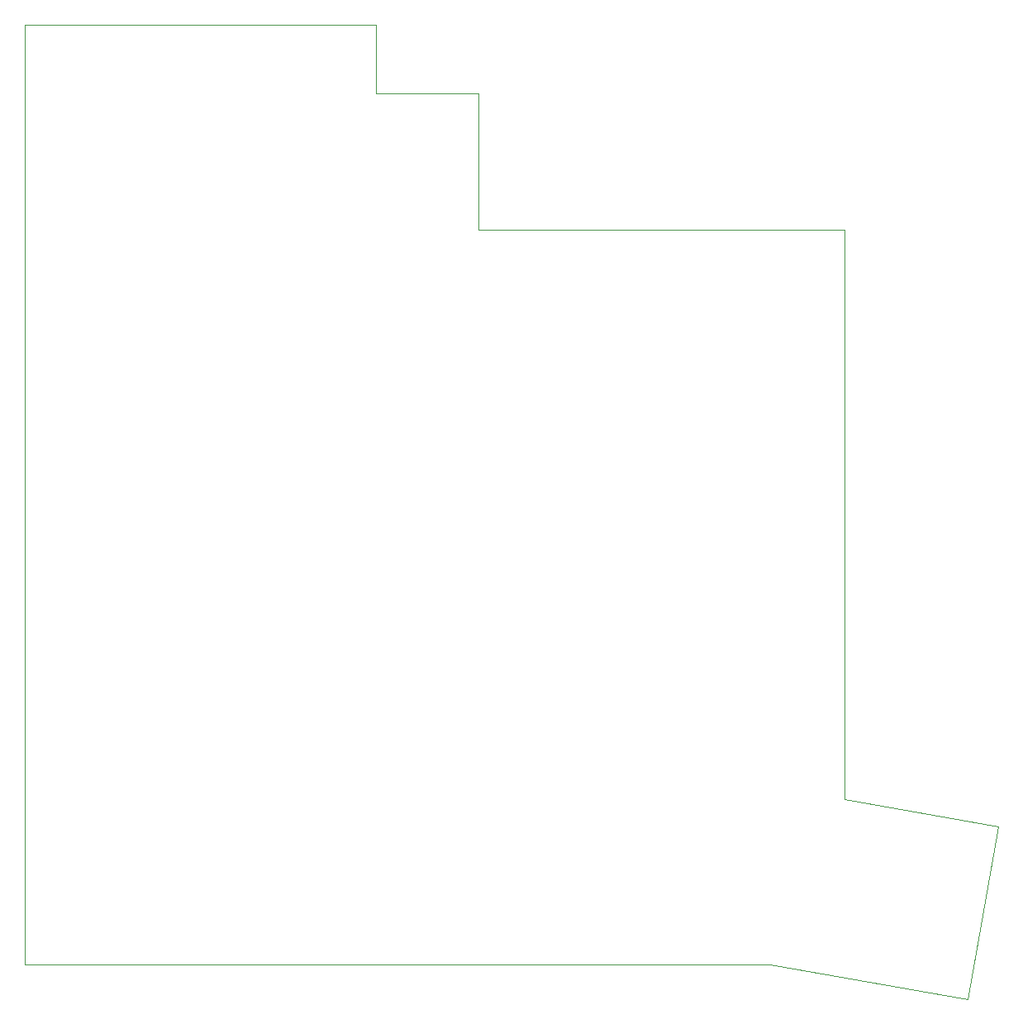
<source format=gko>
%TF.GenerationSoftware,KiCad,Pcbnew,(6.0.9)*%
%TF.CreationDate,2023-01-03T16:44:31+09:00*%
%TF.ProjectId,split-mini__bottom,73706c69-742d-46d6-996e-695f5f626f74,rev?*%
%TF.SameCoordinates,Original*%
%TF.FileFunction,Profile,NP*%
%FSLAX46Y46*%
G04 Gerber Fmt 4.6, Leading zero omitted, Abs format (unit mm)*
G04 Created by KiCad (PCBNEW (6.0.9)) date 2023-01-03 16:44:31*
%MOMM*%
%LPD*%
G01*
G04 APERTURE LIST*
%TA.AperFunction,Profile*%
%ADD10C,0.100000*%
%TD*%
G04 APERTURE END LIST*
D10*
X66450000Y-22475000D02*
X66450000Y-36475000D01*
X19950000Y-111725000D02*
X96323180Y-111725000D01*
X103950000Y-94792135D02*
X103950000Y-36475000D01*
X96323180Y-111725000D02*
X116541504Y-115290036D01*
X66450000Y-36475000D02*
X103950000Y-36475000D01*
X55950000Y-15475000D02*
X55950000Y-22475000D01*
X55950000Y-15475000D02*
X19950000Y-15475000D01*
X116541504Y-115290036D02*
X119667171Y-97563496D01*
X66450000Y-22475000D02*
X55950000Y-22475000D01*
X119667171Y-97563496D02*
X103950000Y-94792135D01*
X19950000Y-15475000D02*
X19950000Y-111725000D01*
M02*

</source>
